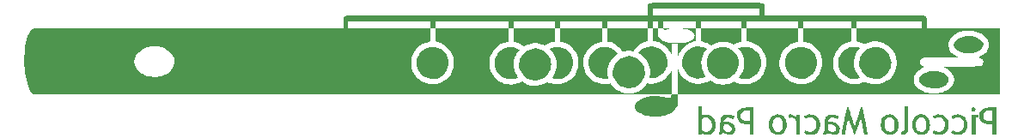
<source format=gbo>
%TF.GenerationSoftware,KiCad,Pcbnew,(5.99.0-12610-g07e01e6297)*%
%TF.CreationDate,2021-10-19T09:50:00+01:00*%
%TF.ProjectId,piccolo-backplate,70696363-6f6c-46f2-9d62-61636b706c61,rev?*%
%TF.SameCoordinates,Original*%
%TF.FileFunction,Legend,Bot*%
%TF.FilePolarity,Positive*%
%FSLAX46Y46*%
G04 Gerber Fmt 4.6, Leading zero omitted, Abs format (unit mm)*
G04 Created by KiCad (PCBNEW (5.99.0-12610-g07e01e6297)) date 2021-10-19 09:50:00*
%MOMM*%
%LPD*%
G01*
G04 APERTURE LIST*
G04 APERTURE END LIST*
%TO.C,G\u002A\u002A\u002A*%
G36*
X181608715Y-99515959D02*
G01*
X181608705Y-99620766D01*
X181608370Y-99911860D01*
X181607109Y-100152105D01*
X181604322Y-100347112D01*
X181599408Y-100502495D01*
X181591768Y-100623865D01*
X181580800Y-100716834D01*
X181565904Y-100787013D01*
X181546479Y-100840016D01*
X181521924Y-100881454D01*
X181491640Y-100916938D01*
X181455025Y-100952082D01*
X181446558Y-100959528D01*
X181363381Y-101015652D01*
X181269218Y-101060035D01*
X181259383Y-101063406D01*
X181151340Y-101089747D01*
X181046471Y-101101245D01*
X180935717Y-101102523D01*
X180944521Y-100949599D01*
X180949215Y-100884168D01*
X180960975Y-100824771D01*
X180985893Y-100797740D01*
X181032382Y-100787559D01*
X181040945Y-100786167D01*
X181115099Y-100752263D01*
X181185307Y-100690656D01*
X181259174Y-100602870D01*
X181259174Y-98335321D01*
X181608715Y-98335321D01*
X181608715Y-99515959D01*
G37*
G36*
X180624340Y-100450171D02*
G01*
X180543636Y-100652169D01*
X180428624Y-100826423D01*
X180283371Y-100964216D01*
X180111940Y-101056830D01*
X180038634Y-101077473D01*
X179875044Y-101096604D01*
X179695969Y-101091750D01*
X179524811Y-101064244D01*
X179384972Y-101015419D01*
X179254010Y-100930659D01*
X179111555Y-100780911D01*
X179005631Y-100593700D01*
X178938742Y-100375358D01*
X178913393Y-100132215D01*
X178915867Y-100097592D01*
X179293004Y-100097592D01*
X179293403Y-100173575D01*
X179297780Y-100294290D01*
X179309364Y-100382799D01*
X179331073Y-100456554D01*
X179365825Y-100533005D01*
X179396207Y-100587107D01*
X179457305Y-100673979D01*
X179513722Y-100731555D01*
X179631766Y-100790350D01*
X179784532Y-100816619D01*
X179939648Y-100800970D01*
X180076590Y-100742985D01*
X180098098Y-100726185D01*
X180161188Y-100656540D01*
X180217458Y-100570503D01*
X180244563Y-100514081D01*
X180264638Y-100450683D01*
X180276422Y-100372133D01*
X180281978Y-100264076D01*
X180283371Y-100112156D01*
X180283348Y-100083472D01*
X180281713Y-99942475D01*
X180275883Y-99842822D01*
X180263590Y-99770042D01*
X180242568Y-99709668D01*
X180210550Y-99647228D01*
X180174305Y-99588387D01*
X180067576Y-99471589D01*
X179937490Y-99405051D01*
X179776078Y-99383945D01*
X179636672Y-99397674D01*
X179507625Y-99449344D01*
X179410733Y-99542220D01*
X179343997Y-99679253D01*
X179305419Y-99863393D01*
X179293004Y-100097592D01*
X178915867Y-100097592D01*
X178932089Y-99870603D01*
X178932623Y-99867171D01*
X178993203Y-99627025D01*
X179091847Y-99429795D01*
X179226850Y-99276939D01*
X179396512Y-99169917D01*
X179599128Y-99110184D01*
X179832996Y-99099201D01*
X179975051Y-99115796D01*
X180180053Y-99179510D01*
X180349733Y-99288988D01*
X180484656Y-99444780D01*
X180585388Y-99647439D01*
X180652493Y-99897513D01*
X180666567Y-99997818D01*
X180666619Y-100112156D01*
X180666672Y-100229148D01*
X180624340Y-100450171D01*
G37*
G36*
X174808617Y-100799824D02*
G01*
X174701165Y-100941567D01*
X174545069Y-101056060D01*
X174536471Y-101060529D01*
X174420391Y-101093314D01*
X174274991Y-101099247D01*
X174117552Y-101081371D01*
X173965354Y-101042729D01*
X173835677Y-100986363D01*
X173745803Y-100915317D01*
X173704447Y-100876707D01*
X173668098Y-100882397D01*
X173628228Y-100940999D01*
X173615515Y-100961090D01*
X173536468Y-101032183D01*
X173427257Y-101083068D01*
X173309990Y-101102523D01*
X173266612Y-101100368D01*
X173228497Y-101080749D01*
X173219724Y-101028523D01*
X173220029Y-101020975D01*
X173241130Y-100944990D01*
X173285263Y-100865900D01*
X173293119Y-100855021D01*
X173313480Y-100821399D01*
X173328913Y-100780879D01*
X173340446Y-100724901D01*
X173349106Y-100644910D01*
X173355918Y-100532348D01*
X173361909Y-100378656D01*
X173362473Y-100360128D01*
X173714908Y-100360128D01*
X173715665Y-100471909D01*
X173721229Y-100551324D01*
X173736531Y-100603444D01*
X173766498Y-100644349D01*
X173816061Y-100690119D01*
X173838306Y-100708337D01*
X173933995Y-100769632D01*
X174027242Y-100809487D01*
X174109720Y-100827534D01*
X174261560Y-100831187D01*
X174384402Y-100793083D01*
X174472419Y-100717249D01*
X174519783Y-100607712D01*
X174520668Y-100468498D01*
X174519735Y-100462984D01*
X174470518Y-100342268D01*
X174376153Y-100238021D01*
X174248302Y-100156026D01*
X174098626Y-100102066D01*
X173938787Y-100081925D01*
X173780447Y-100101387D01*
X173758307Y-100108708D01*
X173734556Y-100128080D01*
X173721523Y-100168082D01*
X173716032Y-100241252D01*
X173714908Y-100360128D01*
X173362473Y-100360128D01*
X173368105Y-100175279D01*
X173372899Y-100022492D01*
X173381441Y-99827487D01*
X173392925Y-99676674D01*
X173409186Y-99561497D01*
X173432058Y-99473396D01*
X173463373Y-99403813D01*
X173504967Y-99344189D01*
X173558674Y-99285968D01*
X173609618Y-99239221D01*
X173703018Y-99177408D01*
X173813026Y-99137938D01*
X173953243Y-99116662D01*
X174137270Y-99109430D01*
X174229334Y-99109327D01*
X174345083Y-99113404D01*
X174432435Y-99125441D01*
X174509913Y-99148519D01*
X174596043Y-99185717D01*
X174676112Y-99225125D01*
X174739314Y-99260305D01*
X174763532Y-99279605D01*
X174761993Y-99288903D01*
X174742814Y-99338552D01*
X174709292Y-99407620D01*
X174671077Y-99478010D01*
X174637817Y-99531626D01*
X174619161Y-99550371D01*
X174555967Y-99516137D01*
X174374702Y-99444049D01*
X174202177Y-99411226D01*
X174045370Y-99415930D01*
X173911261Y-99456425D01*
X173806829Y-99530977D01*
X173739051Y-99637848D01*
X173714908Y-99775302D01*
X173716535Y-99813188D01*
X173731197Y-99837962D01*
X173773773Y-99842545D01*
X173859136Y-99832874D01*
X173972325Y-99825799D01*
X174169185Y-99845880D01*
X174362275Y-99901299D01*
X174538341Y-99986471D01*
X174684127Y-100095807D01*
X174786378Y-100223720D01*
X174817516Y-100285572D01*
X174868952Y-100464379D01*
X174868865Y-100468498D01*
X174865266Y-100638279D01*
X174808617Y-100799824D01*
G37*
G36*
X169625030Y-100317729D02*
G01*
X169597633Y-100464987D01*
X169597072Y-100466907D01*
X169509552Y-100681622D01*
X169386477Y-100856621D01*
X169232004Y-100987311D01*
X169050295Y-101069101D01*
X168994517Y-101080823D01*
X168887035Y-101093793D01*
X168771448Y-101099896D01*
X168599298Y-101087276D01*
X168396367Y-101026526D01*
X168222716Y-100919198D01*
X168081777Y-100769176D01*
X167976984Y-100580347D01*
X167911769Y-100356595D01*
X167889566Y-100101806D01*
X167893854Y-100023155D01*
X168253969Y-100023155D01*
X168260203Y-100249334D01*
X168306173Y-100450993D01*
X168389731Y-100620372D01*
X168508732Y-100749708D01*
X168533403Y-100765875D01*
X168637036Y-100802241D01*
X168764916Y-100816304D01*
X168893526Y-100804702D01*
X169022702Y-100755785D01*
X169132983Y-100658486D01*
X169211036Y-100514568D01*
X169257363Y-100323068D01*
X169272471Y-100083028D01*
X169271714Y-99989151D01*
X169266479Y-99881655D01*
X169253096Y-99801997D01*
X169227929Y-99731792D01*
X169187340Y-99652652D01*
X169130374Y-99561819D01*
X169030065Y-99458243D01*
X168909307Y-99401330D01*
X168756660Y-99383945D01*
X168636555Y-99394700D01*
X168498792Y-99446704D01*
X168393240Y-99544003D01*
X168317544Y-99689016D01*
X168269347Y-99884163D01*
X168253969Y-100023155D01*
X167893854Y-100023155D01*
X167899434Y-99920804D01*
X167949037Y-99679602D01*
X168038568Y-99476552D01*
X168165963Y-99314056D01*
X168329159Y-99194520D01*
X168526092Y-99120346D01*
X168754698Y-99093939D01*
X168886991Y-99101925D01*
X169099610Y-99157302D01*
X169285168Y-99262648D01*
X169438754Y-99414795D01*
X169555456Y-99610573D01*
X169566276Y-99637131D01*
X169604205Y-99780295D01*
X169627311Y-99955023D01*
X169632320Y-100083028D01*
X169634587Y-100140954D01*
X169625030Y-100317729D01*
G37*
G36*
X162618258Y-100382060D02*
G01*
X162614329Y-100402022D01*
X162543731Y-100627435D01*
X162433534Y-100814222D01*
X162286298Y-100959015D01*
X162104582Y-101058445D01*
X162000975Y-101084475D01*
X161851959Y-101096163D01*
X161694265Y-101088513D01*
X161549495Y-101062766D01*
X161439251Y-101020166D01*
X161365997Y-100978076D01*
X161324437Y-100961575D01*
X161308670Y-100974087D01*
X161306192Y-101015138D01*
X161302979Y-101040941D01*
X161281780Y-101061931D01*
X161229035Y-101071269D01*
X161131422Y-101073395D01*
X160956651Y-101073395D01*
X160956651Y-100693541D01*
X161306192Y-100693541D01*
X161421546Y-100752390D01*
X161469860Y-100773689D01*
X161627571Y-100808388D01*
X161793034Y-100802369D01*
X161947983Y-100757753D01*
X162074151Y-100676658D01*
X162127035Y-100620795D01*
X162206687Y-100490499D01*
X162251979Y-100329235D01*
X162266507Y-100126720D01*
X162264719Y-100053467D01*
X162231566Y-99836601D01*
X162156662Y-99660112D01*
X162040110Y-99524191D01*
X161882017Y-99429028D01*
X161786625Y-99398363D01*
X161628828Y-99385766D01*
X161484191Y-99419996D01*
X161365612Y-99499296D01*
X161362635Y-99502310D01*
X161342853Y-99526534D01*
X161328313Y-99558303D01*
X161318213Y-99606068D01*
X161311752Y-99678281D01*
X161308129Y-99783395D01*
X161306543Y-99929860D01*
X161306192Y-100126128D01*
X161306192Y-100693541D01*
X160956651Y-100693541D01*
X160956651Y-98335321D01*
X161306192Y-98335321D01*
X161306192Y-99210671D01*
X161400860Y-99159200D01*
X161404454Y-99157277D01*
X161483291Y-99128308D01*
X161591472Y-99112420D01*
X161743119Y-99107477D01*
X161773987Y-99107521D01*
X161893935Y-99110910D01*
X161979534Y-99122575D01*
X162050521Y-99146614D01*
X162126633Y-99187127D01*
X162265049Y-99286531D01*
X162420844Y-99456464D01*
X162537588Y-99659553D01*
X162611755Y-99887227D01*
X162639336Y-100126720D01*
X162639820Y-100130919D01*
X162618258Y-100382060D01*
G37*
G36*
X172107603Y-99102449D02*
G01*
X172317710Y-99153878D01*
X172508165Y-99247586D01*
X172671613Y-99380855D01*
X172800703Y-99550967D01*
X172888081Y-99755206D01*
X172894391Y-99778668D01*
X172919895Y-99927065D01*
X172932153Y-100099438D01*
X172930155Y-100269148D01*
X172912891Y-100409558D01*
X172895311Y-100476871D01*
X172806155Y-100673090D01*
X172670354Y-100843665D01*
X172495107Y-100980909D01*
X172287614Y-101077134D01*
X172215046Y-101091003D01*
X172088548Y-101096425D01*
X171938104Y-101090258D01*
X171781705Y-101073929D01*
X171637338Y-101048864D01*
X171522993Y-101016491D01*
X171484205Y-101001314D01*
X171399652Y-100959345D01*
X171363478Y-100913792D01*
X171369718Y-100850581D01*
X171412404Y-100755642D01*
X171469304Y-100644109D01*
X171634972Y-100727674D01*
X171671666Y-100745159D01*
X171861089Y-100803909D01*
X172043818Y-100810504D01*
X172212364Y-100766663D01*
X172359237Y-100674103D01*
X172476949Y-100534541D01*
X172513451Y-100472514D01*
X172541100Y-100409918D01*
X172556402Y-100340884D01*
X172562950Y-100248147D01*
X172564335Y-100114440D01*
X172563996Y-100045161D01*
X172559813Y-99928106D01*
X172548386Y-99844183D01*
X172526644Y-99776200D01*
X172491513Y-99706962D01*
X172471272Y-99674265D01*
X172392292Y-99572539D01*
X172306757Y-99488499D01*
X172286028Y-99472089D01*
X172227091Y-99432104D01*
X172167965Y-99409976D01*
X172089308Y-99400510D01*
X171971780Y-99398509D01*
X171838536Y-99403205D01*
X171724652Y-99421852D01*
X171629674Y-99458053D01*
X171510610Y-99517596D01*
X171433057Y-99409706D01*
X171410358Y-99377404D01*
X171371055Y-99316854D01*
X171355504Y-99285372D01*
X171356117Y-99283142D01*
X171385658Y-99257543D01*
X171445874Y-99222195D01*
X171657843Y-99137295D01*
X171885196Y-99096015D01*
X172107603Y-99102449D01*
G37*
G36*
X186508199Y-99093167D02*
G01*
X186750174Y-99125747D01*
X186962818Y-99206241D01*
X187142461Y-99330578D01*
X187285433Y-99494690D01*
X187388063Y-99694506D01*
X187446681Y-99925959D01*
X187457618Y-100184977D01*
X187430798Y-100384357D01*
X187356593Y-100603534D01*
X187240337Y-100790515D01*
X187085782Y-100939549D01*
X186896681Y-101044882D01*
X186894781Y-101045636D01*
X186810168Y-101074219D01*
X186724265Y-101089882D01*
X186618215Y-101094659D01*
X186473165Y-101090586D01*
X186304175Y-101078627D01*
X186142179Y-101053526D01*
X186018480Y-101014490D01*
X185922530Y-100958997D01*
X185856933Y-100909517D01*
X185921478Y-100776664D01*
X185986023Y-100643810D01*
X186145166Y-100727524D01*
X186201556Y-100754173D01*
X186387346Y-100805214D01*
X186574960Y-100806114D01*
X186749885Y-100756185D01*
X186775413Y-100743802D01*
X186915777Y-100645218D01*
X187013386Y-100512551D01*
X187070248Y-100342090D01*
X187088367Y-100130125D01*
X187087115Y-100068893D01*
X187059490Y-99849973D01*
X186994790Y-99674137D01*
X186891810Y-99538941D01*
X186749345Y-99441941D01*
X186728935Y-99432289D01*
X186638948Y-99398881D01*
X186547934Y-99386682D01*
X186427946Y-99391290D01*
X186381647Y-99396145D01*
X186244494Y-99424223D01*
X186139638Y-99466615D01*
X186037267Y-99527015D01*
X185951761Y-99402736D01*
X185905389Y-99333621D01*
X185884938Y-99290564D01*
X185892899Y-99264859D01*
X185926832Y-99240624D01*
X186019797Y-99193893D01*
X186168987Y-99142464D01*
X186328737Y-99106314D01*
X186472438Y-99092661D01*
X186508199Y-99093167D01*
G37*
G36*
X164526278Y-100799824D02*
G01*
X164418826Y-100941567D01*
X164262729Y-101056060D01*
X164254132Y-101060529D01*
X164138052Y-101093314D01*
X163992652Y-101099247D01*
X163835212Y-101081371D01*
X163683014Y-101042729D01*
X163553338Y-100986363D01*
X163463464Y-100915317D01*
X163422108Y-100876707D01*
X163385759Y-100882397D01*
X163345889Y-100940999D01*
X163333175Y-100961090D01*
X163254129Y-101032183D01*
X163144917Y-101083068D01*
X163027650Y-101102523D01*
X162984273Y-101100368D01*
X162946158Y-101080749D01*
X162937385Y-101028523D01*
X162937690Y-101020975D01*
X162958791Y-100944990D01*
X163002924Y-100865900D01*
X163010780Y-100855021D01*
X163031140Y-100821399D01*
X163046574Y-100780879D01*
X163058107Y-100724901D01*
X163066766Y-100644910D01*
X163073578Y-100532348D01*
X163079569Y-100378656D01*
X163080134Y-100360128D01*
X163432569Y-100360128D01*
X163433325Y-100471909D01*
X163438890Y-100551324D01*
X163454191Y-100603444D01*
X163484159Y-100644349D01*
X163533722Y-100690119D01*
X163555966Y-100708337D01*
X163651655Y-100769632D01*
X163744903Y-100809487D01*
X163827380Y-100827534D01*
X163979221Y-100831187D01*
X164102063Y-100793083D01*
X164190079Y-100717249D01*
X164237443Y-100607712D01*
X164238328Y-100468498D01*
X164237395Y-100462984D01*
X164188178Y-100342268D01*
X164093813Y-100238021D01*
X163965962Y-100156026D01*
X163816286Y-100102066D01*
X163656448Y-100081925D01*
X163498108Y-100101387D01*
X163475967Y-100108708D01*
X163452216Y-100128080D01*
X163439184Y-100168082D01*
X163433693Y-100241252D01*
X163432569Y-100360128D01*
X163080134Y-100360128D01*
X163085766Y-100175279D01*
X163090560Y-100022492D01*
X163099102Y-99827487D01*
X163110586Y-99676674D01*
X163126847Y-99561497D01*
X163149718Y-99473396D01*
X163181034Y-99403813D01*
X163222628Y-99344189D01*
X163276334Y-99285968D01*
X163327279Y-99239221D01*
X163420678Y-99177408D01*
X163530686Y-99137938D01*
X163670904Y-99116662D01*
X163854931Y-99109430D01*
X163946994Y-99109327D01*
X164062744Y-99113404D01*
X164150095Y-99125441D01*
X164227574Y-99148519D01*
X164313704Y-99185717D01*
X164393772Y-99225125D01*
X164456975Y-99260305D01*
X164481192Y-99279605D01*
X164479653Y-99288903D01*
X164460474Y-99338552D01*
X164426952Y-99407620D01*
X164388737Y-99478010D01*
X164355477Y-99531626D01*
X164336822Y-99550371D01*
X164273628Y-99516137D01*
X164092363Y-99444049D01*
X163919838Y-99411226D01*
X163763031Y-99415930D01*
X163628922Y-99456425D01*
X163524489Y-99530977D01*
X163456712Y-99637848D01*
X163432569Y-99775302D01*
X163434196Y-99813188D01*
X163448858Y-99837962D01*
X163491434Y-99842545D01*
X163576797Y-99832874D01*
X163689985Y-99825799D01*
X163886845Y-99845880D01*
X164079936Y-99901299D01*
X164256002Y-99986471D01*
X164401788Y-100095807D01*
X164504039Y-100223720D01*
X164535176Y-100285572D01*
X164586612Y-100464379D01*
X164586525Y-100468498D01*
X164582926Y-100638279D01*
X164526278Y-100799824D01*
G37*
G36*
X189910321Y-101073395D02*
G01*
X189910321Y-100061230D01*
X189578447Y-100048527D01*
X189563480Y-100047947D01*
X189416760Y-100040635D01*
X189309858Y-100029936D01*
X189225791Y-100012409D01*
X189147576Y-99984611D01*
X189058228Y-99943102D01*
X188966313Y-99891711D01*
X188816732Y-99767369D01*
X188712400Y-99611553D01*
X188650934Y-99420063D01*
X188635023Y-99244654D01*
X189013970Y-99244654D01*
X189026808Y-99366895D01*
X189066095Y-99489219D01*
X189138180Y-99580699D01*
X189251035Y-99655140D01*
X189304238Y-99675153D01*
X189402766Y-99698033D01*
X189521404Y-99716576D01*
X189644724Y-99729278D01*
X189757295Y-99734634D01*
X189843689Y-99731141D01*
X189888474Y-99717292D01*
X189893478Y-99699450D01*
X189900170Y-99630834D01*
X189905509Y-99521109D01*
X189909043Y-99380552D01*
X189910321Y-99219439D01*
X189910321Y-98744229D01*
X189834438Y-98725184D01*
X189773052Y-98716562D01*
X189648456Y-98717733D01*
X189505761Y-98733628D01*
X189367184Y-98761442D01*
X189254942Y-98798370D01*
X189141621Y-98864061D01*
X189061028Y-98956598D01*
X189020200Y-99080273D01*
X189013970Y-99244654D01*
X188635023Y-99244654D01*
X188629948Y-99188699D01*
X188643205Y-99001930D01*
X188694510Y-98830510D01*
X188787683Y-98691907D01*
X188926196Y-98578973D01*
X188942234Y-98568984D01*
X189039558Y-98515491D01*
X189140705Y-98475188D01*
X189256553Y-98445872D01*
X189397980Y-98425339D01*
X189575866Y-98411388D01*
X189801089Y-98401814D01*
X190288991Y-98386127D01*
X190288991Y-101073395D01*
X189910321Y-101073395D01*
G37*
G36*
X175684533Y-98394764D02*
G01*
X175703697Y-98401995D01*
X175722654Y-98420793D01*
X175743540Y-98456683D01*
X175768494Y-98515188D01*
X175799651Y-98601831D01*
X175839148Y-98722135D01*
X175889124Y-98881625D01*
X175951714Y-99085823D01*
X176029055Y-99340253D01*
X176081910Y-99513373D01*
X176146751Y-99722971D01*
X176205196Y-99908802D01*
X176255183Y-100064458D01*
X176294646Y-100183530D01*
X176321523Y-100259611D01*
X176333750Y-100286291D01*
X176341991Y-100270575D01*
X176366959Y-100205839D01*
X176405957Y-100096909D01*
X176456783Y-99950168D01*
X176517231Y-99771998D01*
X176585098Y-99568781D01*
X176658179Y-99346899D01*
X176965327Y-98408142D01*
X177132577Y-98408142D01*
X177374518Y-99689794D01*
X177412027Y-99889055D01*
X177459739Y-100144241D01*
X177503154Y-100378387D01*
X177541170Y-100585463D01*
X177572691Y-100759435D01*
X177596617Y-100894274D01*
X177611849Y-100983946D01*
X177617289Y-101022420D01*
X177616116Y-101036747D01*
X177597655Y-101059720D01*
X177546774Y-101070613D01*
X177450630Y-101073349D01*
X177283142Y-101073304D01*
X177140466Y-100279599D01*
X177137278Y-100261883D01*
X177099492Y-100054248D01*
X177064360Y-99865349D01*
X177033375Y-99702915D01*
X177008033Y-99574670D01*
X176989830Y-99488343D01*
X176980259Y-99451658D01*
X176976402Y-99453193D01*
X176955411Y-99493698D01*
X176919275Y-99580224D01*
X176870411Y-99706444D01*
X176811236Y-99866027D01*
X176744166Y-100052646D01*
X176671617Y-100259972D01*
X176587712Y-100500871D01*
X176515476Y-100703257D01*
X176457513Y-100858863D01*
X176412031Y-100972141D01*
X176377238Y-101047543D01*
X176351343Y-101089520D01*
X176332555Y-101102523D01*
X176332237Y-101102518D01*
X176313626Y-101089325D01*
X176288330Y-101047686D01*
X176254572Y-100973074D01*
X176210571Y-100860960D01*
X176154549Y-100706817D01*
X176084728Y-100506119D01*
X175999328Y-100254337D01*
X175933868Y-100061377D01*
X175853306Y-99830112D01*
X175789069Y-99654294D01*
X175741198Y-99534029D01*
X175709735Y-99469424D01*
X175694720Y-99460587D01*
X175694669Y-99460731D01*
X175684410Y-99503515D01*
X175665479Y-99595505D01*
X175639431Y-99728636D01*
X175607818Y-99894841D01*
X175572196Y-100086054D01*
X175534118Y-100294209D01*
X175392849Y-101073395D01*
X175210182Y-101073395D01*
X175207228Y-101073393D01*
X175103520Y-101069767D01*
X175050358Y-101058145D01*
X175040545Y-101036984D01*
X175042528Y-101029580D01*
X175055074Y-100973434D01*
X175077308Y-100868843D01*
X175107938Y-100722051D01*
X175145673Y-100539302D01*
X175189222Y-100326841D01*
X175237293Y-100090911D01*
X175288594Y-99837757D01*
X175305200Y-99755617D01*
X175356778Y-99500756D01*
X175405373Y-99261030D01*
X175449562Y-99043434D01*
X175487920Y-98854964D01*
X175519026Y-98702615D01*
X175541455Y-98593382D01*
X175553785Y-98534260D01*
X175562892Y-98493838D01*
X175584499Y-98428324D01*
X175613999Y-98399811D01*
X175662799Y-98393578D01*
X175663026Y-98393578D01*
X175684533Y-98394764D01*
G37*
G36*
X184774240Y-99102695D02*
G01*
X184986751Y-99150735D01*
X185177353Y-99240604D01*
X185334418Y-99369785D01*
X185342568Y-99378695D01*
X185469361Y-99545095D01*
X185551366Y-99722252D01*
X185598416Y-99931067D01*
X185602310Y-99960574D01*
X185609926Y-100219912D01*
X185568449Y-100455549D01*
X185480223Y-100663286D01*
X185347591Y-100838928D01*
X185172898Y-100978277D01*
X184958486Y-101077134D01*
X184885918Y-101091003D01*
X184759419Y-101096425D01*
X184608976Y-101090258D01*
X184452576Y-101073929D01*
X184308209Y-101048864D01*
X184193864Y-101016491D01*
X184116509Y-100984225D01*
X184051397Y-100950510D01*
X184026376Y-100928075D01*
X184029383Y-100913103D01*
X184049468Y-100854289D01*
X184082194Y-100773236D01*
X184138012Y-100643018D01*
X184304762Y-100727128D01*
X184367604Y-100755835D01*
X184561650Y-100807783D01*
X184751342Y-100804468D01*
X184930232Y-100745700D01*
X184968187Y-100724755D01*
X185100290Y-100612528D01*
X185190207Y-100460271D01*
X185237843Y-100268205D01*
X185243097Y-100036550D01*
X185238901Y-99986700D01*
X185195765Y-99788737D01*
X185109943Y-99625289D01*
X184977629Y-99488499D01*
X184956046Y-99471422D01*
X184897425Y-99431768D01*
X184838526Y-99409935D01*
X184760038Y-99400772D01*
X184642651Y-99399127D01*
X184633714Y-99399166D01*
X184494691Y-99405438D01*
X184391754Y-99424809D01*
X184304558Y-99461002D01*
X184189507Y-99522260D01*
X184104188Y-99404481D01*
X184069512Y-99355555D01*
X184041029Y-99305220D01*
X184042533Y-99274995D01*
X184070572Y-99248897D01*
X184119139Y-99222790D01*
X184206591Y-99185983D01*
X184311020Y-99148281D01*
X184330005Y-99142171D01*
X184551449Y-99099002D01*
X184774240Y-99102695D01*
G37*
G36*
X188512156Y-99413074D02*
G01*
X188250000Y-99413074D01*
X188250000Y-101073395D01*
X187900458Y-101073395D01*
X187900458Y-99121789D01*
X188512156Y-99121789D01*
X188512156Y-99413074D01*
G37*
G36*
X165995871Y-101073395D02*
G01*
X165995871Y-100061230D01*
X165668176Y-100047888D01*
X165497380Y-100036354D01*
X165310552Y-100006438D01*
X165159986Y-99956018D01*
X165033956Y-99880839D01*
X164920737Y-99776646D01*
X164907923Y-99762337D01*
X164805201Y-99607282D01*
X164740715Y-99430195D01*
X164713943Y-99242496D01*
X164715178Y-99220363D01*
X165087865Y-99220363D01*
X165115891Y-99372934D01*
X165189480Y-99509279D01*
X165303751Y-99618695D01*
X165453823Y-99690479D01*
X165536432Y-99709123D01*
X165667962Y-99726699D01*
X165797947Y-99733486D01*
X165997247Y-99733486D01*
X165989277Y-99231021D01*
X165981307Y-98728555D01*
X165843477Y-98719699D01*
X165694980Y-98719439D01*
X165506822Y-98747768D01*
X165344494Y-98805714D01*
X165217843Y-98889442D01*
X165136715Y-98995113D01*
X165110284Y-99062267D01*
X165087865Y-99220363D01*
X164715178Y-99220363D01*
X164724368Y-99055603D01*
X164771470Y-98880934D01*
X164854728Y-98729910D01*
X164973625Y-98613948D01*
X165001903Y-98594701D01*
X165108848Y-98530189D01*
X165216734Y-98482088D01*
X165337009Y-98447718D01*
X165481120Y-98424400D01*
X165660514Y-98409453D01*
X165886640Y-98400196D01*
X166374541Y-98386127D01*
X166374541Y-101073395D01*
X165995871Y-101073395D01*
G37*
G36*
X188139924Y-98416736D02*
G01*
X188209868Y-98478935D01*
X188246175Y-98564519D01*
X188242311Y-98657807D01*
X188191743Y-98743120D01*
X188138872Y-98779880D01*
X188046239Y-98802092D01*
X187955049Y-98787520D01*
X187887546Y-98736638D01*
X187854614Y-98670927D01*
X187845520Y-98570999D01*
X187878802Y-98481949D01*
X187947861Y-98418050D01*
X188046101Y-98393578D01*
X188139924Y-98416736D01*
G37*
G36*
X183754422Y-100242731D02*
G01*
X183743167Y-100369618D01*
X183724494Y-100466942D01*
X183693270Y-100556017D01*
X183644367Y-100658159D01*
X183631157Y-100682923D01*
X183506981Y-100855054D01*
X183350326Y-100987816D01*
X183171209Y-101072436D01*
X183157223Y-101076382D01*
X183038200Y-101093442D01*
X182891336Y-101095021D01*
X182737976Y-101082695D01*
X182599461Y-101058040D01*
X182497133Y-101022635D01*
X182492800Y-101020352D01*
X182338116Y-100910727D01*
X182200802Y-100761991D01*
X182098150Y-100592775D01*
X182070200Y-100525436D01*
X182050165Y-100454076D01*
X182038315Y-100368834D01*
X182032651Y-100254932D01*
X182031185Y-100098892D01*
X182381556Y-100098892D01*
X182381719Y-100127085D01*
X182385778Y-100256691D01*
X182398046Y-100352672D01*
X182422487Y-100435845D01*
X182463064Y-100527029D01*
X182474557Y-100549694D01*
X182554620Y-100672453D01*
X182640336Y-100751474D01*
X182641427Y-100752144D01*
X182741348Y-100789982D01*
X182870181Y-100809015D01*
X183001488Y-100807439D01*
X183108830Y-100783449D01*
X183197447Y-100728386D01*
X183287896Y-100619420D01*
X183352805Y-100476924D01*
X183392251Y-100311423D01*
X183406313Y-100133442D01*
X183395070Y-99953508D01*
X183358602Y-99782147D01*
X183296988Y-99629883D01*
X183210305Y-99507243D01*
X183098635Y-99424752D01*
X183080094Y-99416619D01*
X182948339Y-99385944D01*
X182805451Y-99388799D01*
X182672470Y-99422766D01*
X182570441Y-99485428D01*
X182497687Y-99571359D01*
X182430849Y-99708185D01*
X182393011Y-99881195D01*
X182381556Y-100098892D01*
X182031185Y-100098892D01*
X182031173Y-100097592D01*
X182031211Y-100056695D01*
X182033051Y-99913948D01*
X182039269Y-99810790D01*
X182052100Y-99732120D01*
X182073775Y-99662838D01*
X182106525Y-99587844D01*
X182161694Y-99482168D01*
X182282024Y-99318153D01*
X182426650Y-99203078D01*
X182603160Y-99131735D01*
X182819143Y-99098917D01*
X182991180Y-99098526D01*
X183175089Y-99133128D01*
X183336286Y-99211179D01*
X183488073Y-99337420D01*
X183517432Y-99368039D01*
X183637255Y-99530437D01*
X183715490Y-99715802D01*
X183754719Y-99932285D01*
X183756925Y-100133442D01*
X183757524Y-100188036D01*
X183754422Y-100242731D01*
G37*
G36*
X170187827Y-99113878D02*
G01*
X170359728Y-99185237D01*
X170503747Y-99307565D01*
X170598165Y-99415101D01*
X170598165Y-99121789D01*
X170947706Y-99121789D01*
X170947706Y-101073395D01*
X170598165Y-101073395D01*
X170598002Y-100468980D01*
X170597995Y-100457876D01*
X170596254Y-100260981D01*
X170591787Y-100081768D01*
X170585040Y-99930381D01*
X170576458Y-99816959D01*
X170566487Y-99751646D01*
X170550439Y-99708751D01*
X170496090Y-99612012D01*
X170426383Y-99522141D01*
X170412317Y-99507245D01*
X170339229Y-99441305D01*
X170267606Y-99407298D01*
X170170399Y-99391408D01*
X170133647Y-99388630D01*
X170045577Y-99391243D01*
X170003097Y-99409731D01*
X169991175Y-99425687D01*
X169947827Y-99439519D01*
X169897334Y-99395781D01*
X169839922Y-99294632D01*
X169808077Y-99219982D01*
X169795535Y-99153597D01*
X169821658Y-99115327D01*
X169892870Y-99097826D01*
X170015596Y-99093747D01*
X170187827Y-99113878D01*
G37*
G36*
X161257040Y-92427603D02*
G01*
X161280755Y-92433002D01*
X161374052Y-92459011D01*
X161477786Y-92493288D01*
X161579737Y-92531120D01*
X161667687Y-92567793D01*
X161729417Y-92598594D01*
X161752709Y-92618810D01*
X161748663Y-92627432D01*
X161720684Y-92668000D01*
X161674859Y-92727645D01*
X161629118Y-92787317D01*
X161461079Y-93058176D01*
X161338282Y-93349379D01*
X161261001Y-93654727D01*
X161229510Y-93968019D01*
X161244080Y-94283054D01*
X161304987Y-94593631D01*
X161412503Y-94893550D01*
X161566901Y-95176608D01*
X161695637Y-95373812D01*
X161561328Y-95431590D01*
X161501342Y-95455033D01*
X161381498Y-95494168D01*
X161265750Y-95524456D01*
X161174351Y-95541443D01*
X160890382Y-95558738D01*
X160601771Y-95523946D01*
X160372630Y-95456182D01*
X160127583Y-95335878D01*
X159907732Y-95175841D01*
X159717634Y-94981688D01*
X159561845Y-94759035D01*
X159444925Y-94513500D01*
X159371430Y-94250699D01*
X159345919Y-93976250D01*
X159351634Y-93842593D01*
X159399282Y-93572497D01*
X159491315Y-93320742D01*
X159622998Y-93091167D01*
X159789592Y-92887609D01*
X159986361Y-92713909D01*
X160208568Y-92573904D01*
X160451477Y-92471432D01*
X160710350Y-92410332D01*
X160980450Y-92394443D01*
X161257040Y-92427603D01*
G37*
G36*
X184332269Y-94811677D02*
G01*
X184545563Y-94832816D01*
X184726458Y-94870177D01*
X184828139Y-94902046D01*
X185050735Y-94993362D01*
X185242970Y-95103444D01*
X185400336Y-95228337D01*
X185518324Y-95364086D01*
X185592424Y-95506735D01*
X185618125Y-95652328D01*
X185617724Y-95671066D01*
X185585904Y-95821484D01*
X185506719Y-95966634D01*
X185385102Y-96102624D01*
X185225990Y-96225558D01*
X185034316Y-96331542D01*
X184815015Y-96416682D01*
X184573021Y-96477084D01*
X184441972Y-96497376D01*
X184189447Y-96514617D01*
X183942690Y-96504694D01*
X183705988Y-96470022D01*
X183483625Y-96413014D01*
X183279889Y-96336081D01*
X183099065Y-96241639D01*
X182945438Y-96132099D01*
X182823295Y-96009874D01*
X182736922Y-95877378D01*
X182690604Y-95737024D01*
X182688627Y-95591225D01*
X182735277Y-95442393D01*
X182807576Y-95327229D01*
X182942490Y-95188181D01*
X183119086Y-95062877D01*
X183331263Y-94955487D01*
X183572918Y-94870177D01*
X183677684Y-94845598D01*
X183880360Y-94818068D01*
X184104545Y-94806762D01*
X184332269Y-94811677D01*
G37*
G36*
X165920371Y-92465679D02*
G01*
X166181712Y-92558139D01*
X166425868Y-92699642D01*
X166649902Y-92889056D01*
X166754024Y-93002564D01*
X166919297Y-93238421D01*
X167035935Y-93492796D01*
X167102928Y-93762329D01*
X167119269Y-94043662D01*
X167083947Y-94333437D01*
X167040739Y-94493091D01*
X166931865Y-94743241D01*
X166781314Y-94971654D01*
X166594980Y-95172379D01*
X166378757Y-95339468D01*
X166138535Y-95466968D01*
X165880209Y-95548931D01*
X165706313Y-95575611D01*
X165451519Y-95581456D01*
X165200979Y-95551510D01*
X164973140Y-95487032D01*
X164899508Y-95458564D01*
X165004104Y-95326240D01*
X165165788Y-95090097D01*
X165306250Y-94802794D01*
X165400213Y-94501405D01*
X165447709Y-94191609D01*
X165448770Y-93879085D01*
X165403429Y-93569513D01*
X165311716Y-93268572D01*
X165173666Y-92981942D01*
X164989309Y-92715301D01*
X164987834Y-92713489D01*
X164930833Y-92641738D01*
X164890252Y-92587419D01*
X164874792Y-92562166D01*
X164884023Y-92551692D01*
X164934165Y-92529635D01*
X165017437Y-92504064D01*
X165121930Y-92477864D01*
X165235735Y-92453920D01*
X165346943Y-92435118D01*
X165443646Y-92424342D01*
X165644780Y-92423393D01*
X165920371Y-92465679D01*
G37*
G36*
X163387014Y-92443313D02*
G01*
X163659928Y-92476881D01*
X163918376Y-92557100D01*
X164157649Y-92679260D01*
X164373036Y-92838650D01*
X164559825Y-93030558D01*
X164713306Y-93250275D01*
X164828768Y-93493090D01*
X164901499Y-93754290D01*
X164926790Y-94029166D01*
X164907875Y-94264279D01*
X164841075Y-94527864D01*
X164730526Y-94775657D01*
X164580875Y-95001877D01*
X164396768Y-95200741D01*
X164182850Y-95366468D01*
X163943767Y-95493278D01*
X163684167Y-95575389D01*
X163522267Y-95602277D01*
X163236316Y-95610101D01*
X162959891Y-95566916D01*
X162696869Y-95473872D01*
X162451131Y-95332123D01*
X162226557Y-95142818D01*
X162122435Y-95029310D01*
X161957163Y-94793453D01*
X161840525Y-94539078D01*
X161773531Y-94269545D01*
X161757190Y-93988212D01*
X161792513Y-93698437D01*
X161860276Y-93469295D01*
X161980580Y-93224249D01*
X162140617Y-93004398D01*
X162334771Y-92814299D01*
X162557423Y-92658511D01*
X162802959Y-92541591D01*
X163065759Y-92468096D01*
X163340209Y-92442585D01*
X163387014Y-92443313D01*
G37*
G36*
X154126598Y-93342897D02*
G01*
X154399511Y-93376464D01*
X154657960Y-93456683D01*
X154897233Y-93578843D01*
X155112619Y-93738233D01*
X155299408Y-93930142D01*
X155452889Y-94149859D01*
X155568351Y-94392673D01*
X155641083Y-94653873D01*
X155666373Y-94928750D01*
X155647458Y-95163862D01*
X155580658Y-95427448D01*
X155470110Y-95675241D01*
X155320459Y-95901460D01*
X155136351Y-96100324D01*
X154922433Y-96266052D01*
X154683351Y-96392861D01*
X154423750Y-96474972D01*
X154261850Y-96501860D01*
X153975900Y-96509684D01*
X153699474Y-96466499D01*
X153436452Y-96373456D01*
X153190715Y-96231706D01*
X152966141Y-96042401D01*
X152862019Y-95928893D01*
X152696746Y-95693036D01*
X152580108Y-95438661D01*
X152513114Y-95169128D01*
X152496774Y-94887795D01*
X152532096Y-94598020D01*
X152599860Y-94368879D01*
X152720164Y-94123832D01*
X152880201Y-93903981D01*
X153074354Y-93713883D01*
X153297007Y-93558094D01*
X153542542Y-93441174D01*
X153805343Y-93367679D01*
X154079792Y-93342168D01*
X154126598Y-93342897D01*
G37*
G36*
X190671667Y-97071875D02*
G01*
X158899756Y-97071875D01*
X158890868Y-97634114D01*
X158881980Y-98196354D01*
X158777249Y-98380732D01*
X158666103Y-98550086D01*
X158473552Y-98762693D01*
X158241948Y-98941803D01*
X157973427Y-99086107D01*
X157670122Y-99194298D01*
X157334167Y-99265069D01*
X157325879Y-99266288D01*
X157219839Y-99282137D01*
X157128055Y-99296277D01*
X157069584Y-99305778D01*
X157032829Y-99309859D01*
X156935352Y-99313260D01*
X156803864Y-99312683D01*
X156650121Y-99308661D01*
X156485880Y-99301725D01*
X156322899Y-99292409D01*
X156172935Y-99281245D01*
X156047746Y-99268764D01*
X155959090Y-99255500D01*
X155747912Y-99205330D01*
X155481924Y-99118365D01*
X155246794Y-99012887D01*
X155046190Y-98891593D01*
X154883781Y-98757179D01*
X154763232Y-98612343D01*
X154688214Y-98459780D01*
X154662392Y-98302187D01*
X154678192Y-98176282D01*
X154741865Y-98022887D01*
X154850293Y-97879136D01*
X154999127Y-97746784D01*
X155184017Y-97627587D01*
X155400614Y-97523301D01*
X155644570Y-97435682D01*
X155911534Y-97366485D01*
X156197159Y-97317467D01*
X156497094Y-97290383D01*
X156806991Y-97286988D01*
X157122500Y-97309039D01*
X157226008Y-97323780D01*
X157372188Y-97350166D01*
X157531554Y-97383268D01*
X157684173Y-97419177D01*
X157816037Y-97451500D01*
X157923790Y-97474660D01*
X157998558Y-97485317D01*
X158049730Y-97484757D01*
X158086694Y-97474263D01*
X158090584Y-97472404D01*
X158157604Y-97418036D01*
X158220965Y-97333024D01*
X158268157Y-97237545D01*
X158286667Y-97151775D01*
X158286667Y-97071875D01*
X126864384Y-97071874D01*
X95442101Y-97071874D01*
X95340215Y-97014611D01*
X95333478Y-97010751D01*
X95205838Y-96908606D01*
X95085019Y-96756584D01*
X94971997Y-96557273D01*
X94867749Y-96313262D01*
X94773251Y-96027138D01*
X94689482Y-95701491D01*
X94617416Y-95338909D01*
X94558032Y-94941979D01*
X94540816Y-94775343D01*
X94525093Y-94538925D01*
X94514488Y-94271891D01*
X94509000Y-93986138D01*
X94508897Y-93905636D01*
X105346922Y-93905636D01*
X105375653Y-94139010D01*
X105450554Y-94364156D01*
X105568709Y-94577247D01*
X105727198Y-94774455D01*
X105923104Y-94951952D01*
X106153510Y-95105912D01*
X106415496Y-95232506D01*
X106706146Y-95327908D01*
X106789768Y-95346516D01*
X106978565Y-95374280D01*
X107189046Y-95390955D01*
X107403018Y-95395861D01*
X107602290Y-95388317D01*
X107768671Y-95367643D01*
X108046941Y-95298650D01*
X108329020Y-95192028D01*
X108581399Y-95056850D01*
X108801177Y-94896530D01*
X108985454Y-94714479D01*
X109131331Y-94514111D01*
X109235907Y-94298839D01*
X109296281Y-94072074D01*
X109308611Y-93853916D01*
X132632499Y-93853916D01*
X132633400Y-94175530D01*
X132682529Y-94489471D01*
X132778283Y-94791004D01*
X132919064Y-95075392D01*
X133103270Y-95337899D01*
X133329302Y-95573790D01*
X133595558Y-95778327D01*
X133667045Y-95823504D01*
X133912934Y-95951891D01*
X134165362Y-96039270D01*
X134436558Y-96089136D01*
X134738750Y-96104981D01*
X134829868Y-96103695D01*
X135121859Y-96078390D01*
X135386383Y-96018056D01*
X135635668Y-95919200D01*
X135881943Y-95778327D01*
X136083605Y-95629405D01*
X136322625Y-95397027D01*
X136521622Y-95130637D01*
X136679454Y-94831833D01*
X136794977Y-94502215D01*
X136819862Y-94374790D01*
X136836613Y-94201938D01*
X136842499Y-94010846D01*
X136839114Y-93880374D01*
X140331874Y-93880374D01*
X140332240Y-94010846D01*
X140332775Y-94201988D01*
X140381904Y-94515930D01*
X140477658Y-94817463D01*
X140618439Y-95101851D01*
X140802645Y-95364358D01*
X141028677Y-95600248D01*
X141294933Y-95804785D01*
X141541552Y-95943055D01*
X141843433Y-96057786D01*
X142158824Y-96124009D01*
X142482232Y-96141066D01*
X142808161Y-96108298D01*
X143131116Y-96025044D01*
X143235422Y-95986470D01*
X143345733Y-95940046D01*
X143430320Y-95898599D01*
X143543121Y-95835554D01*
X143721517Y-95950336D01*
X143822927Y-96011105D01*
X144104097Y-96139744D01*
X144403217Y-96225121D01*
X144712465Y-96267067D01*
X145024018Y-96265415D01*
X145330056Y-96219995D01*
X145622755Y-96130638D01*
X145894292Y-95997177D01*
X146049655Y-95903622D01*
X146287796Y-95984358D01*
X146455992Y-96036887D01*
X146687288Y-96089963D01*
X146907035Y-96113839D01*
X147132875Y-96111164D01*
X147271256Y-96098550D01*
X147588239Y-96037355D01*
X147881914Y-95931298D01*
X148158609Y-95778327D01*
X148360272Y-95629405D01*
X148599291Y-95397027D01*
X148798289Y-95130637D01*
X148956121Y-94831833D01*
X149071643Y-94502215D01*
X149096529Y-94374790D01*
X149113279Y-94201938D01*
X149119166Y-94010846D01*
X149114189Y-93819020D01*
X149098348Y-93643970D01*
X149071643Y-93503201D01*
X148959665Y-93182886D01*
X148804286Y-92885758D01*
X148610194Y-92621258D01*
X148380300Y-92392276D01*
X148117515Y-92201702D01*
X147824749Y-92052426D01*
X147504912Y-91947340D01*
X147332917Y-91904896D01*
X147332917Y-90563125D01*
X151460417Y-90563125D01*
X151460417Y-91905682D01*
X151331330Y-91922806D01*
X151249741Y-91936291D01*
X150999756Y-92007268D01*
X150747131Y-92119470D01*
X150503121Y-92266428D01*
X150278980Y-92441672D01*
X150085965Y-92638730D01*
X150000904Y-92746146D01*
X149827751Y-93020752D01*
X149701551Y-93310562D01*
X149621557Y-93610577D01*
X149587021Y-93915799D01*
X149590188Y-94010846D01*
X149597197Y-94221230D01*
X149651338Y-94521873D01*
X149748695Y-94812729D01*
X149888522Y-95088801D01*
X150070072Y-95345090D01*
X150292597Y-95576598D01*
X150555350Y-95778327D01*
X150619313Y-95818367D01*
X150889700Y-95953039D01*
X151180875Y-96049065D01*
X151481822Y-96104226D01*
X151781523Y-96116306D01*
X152068959Y-96083084D01*
X152267396Y-96042620D01*
X152320313Y-96111626D01*
X152395008Y-96205827D01*
X152623550Y-96454658D01*
X152863131Y-96655602D01*
X153119449Y-96812347D01*
X153398203Y-96928582D01*
X153705088Y-97007994D01*
X153748061Y-97015788D01*
X154066964Y-97044024D01*
X154383681Y-97021953D01*
X154692577Y-96951729D01*
X154988012Y-96835502D01*
X155264350Y-96675425D01*
X155515955Y-96473649D01*
X155737187Y-96232326D01*
X155887203Y-96041008D01*
X156154279Y-96057295D01*
X156343441Y-96060856D01*
X156673706Y-96027873D01*
X156988988Y-95946422D01*
X157285017Y-95818936D01*
X157557521Y-95647846D01*
X157802230Y-95435586D01*
X158014871Y-95184587D01*
X158191175Y-94897283D01*
X158286667Y-94711647D01*
X158286667Y-97071875D01*
X158895209Y-97071875D01*
X158896587Y-95821718D01*
X158897966Y-94571562D01*
X158959252Y-94736511D01*
X159012509Y-94863881D01*
X159159852Y-95126224D01*
X159348613Y-95371958D01*
X159570998Y-95590208D01*
X159573827Y-95592605D01*
X159835928Y-95781055D01*
X160120742Y-95925294D01*
X160422020Y-96024700D01*
X160733515Y-96078653D01*
X161048978Y-96086531D01*
X161362162Y-96047713D01*
X161666817Y-95961576D01*
X161956697Y-95827500D01*
X162097777Y-95747879D01*
X162272197Y-95853077D01*
X162278804Y-95857038D01*
X162519385Y-95975922D01*
X162789032Y-96067000D01*
X163069549Y-96125295D01*
X163342741Y-96145833D01*
X163430489Y-96143266D01*
X163666776Y-96115723D01*
X163909868Y-96061924D01*
X164140282Y-95986772D01*
X164338537Y-95895171D01*
X164455949Y-95829548D01*
X164565645Y-95885511D01*
X164774713Y-95978439D01*
X165084280Y-96070099D01*
X165398652Y-96112926D01*
X165712665Y-96108286D01*
X166021156Y-96057551D01*
X166318961Y-95962088D01*
X166600918Y-95823268D01*
X166861862Y-95642460D01*
X167096632Y-95421033D01*
X167300063Y-95160356D01*
X167363802Y-95059750D01*
X167489679Y-94816220D01*
X167574898Y-94567513D01*
X167623249Y-94300664D01*
X167638524Y-94002708D01*
X167636056Y-93876864D01*
X167607777Y-93593132D01*
X167544880Y-93335231D01*
X167443572Y-93090196D01*
X167300063Y-92845060D01*
X167219148Y-92730855D01*
X166998414Y-92480721D01*
X166745647Y-92272655D01*
X166460755Y-92106597D01*
X166143643Y-91982491D01*
X165794219Y-91900276D01*
X165695000Y-91883643D01*
X165695000Y-90563125D01*
X170775000Y-90563125D01*
X170775000Y-91906491D01*
X170655702Y-91924381D01*
X170607600Y-91932494D01*
X170353765Y-92002407D01*
X170097299Y-92114667D01*
X169849691Y-92262594D01*
X169622431Y-92439508D01*
X169427007Y-92638730D01*
X169341946Y-92746146D01*
X169168793Y-93020752D01*
X169042593Y-93310562D01*
X168962598Y-93610577D01*
X168928063Y-93915799D01*
X168930959Y-94002708D01*
X168938239Y-94221230D01*
X168992379Y-94521873D01*
X169089737Y-94812729D01*
X169229564Y-95088801D01*
X169411114Y-95345090D01*
X169633639Y-95576598D01*
X169896392Y-95778327D01*
X169967879Y-95823504D01*
X170213767Y-95951891D01*
X170466195Y-96039270D01*
X170737391Y-96089136D01*
X171039584Y-96104981D01*
X171062660Y-96104882D01*
X171401346Y-96078617D01*
X171715783Y-96005510D01*
X172007362Y-95884995D01*
X172277473Y-95716505D01*
X172527507Y-95499474D01*
X172644056Y-95373118D01*
X172835899Y-95110965D01*
X172981815Y-94831657D01*
X173082473Y-94540001D01*
X173138543Y-94240806D01*
X173150692Y-93938881D01*
X173119589Y-93639033D01*
X173045903Y-93346072D01*
X172930302Y-93064805D01*
X172773456Y-92800042D01*
X172576033Y-92556590D01*
X172338701Y-92339259D01*
X172062129Y-92152855D01*
X172047036Y-92144377D01*
X171896491Y-92071710D01*
X171725187Y-92005499D01*
X171554747Y-91953334D01*
X171406796Y-91922806D01*
X171277709Y-91905682D01*
X171277709Y-90563125D01*
X176013750Y-90563125D01*
X176013750Y-91232293D01*
X176013751Y-91901462D01*
X175832613Y-91943972D01*
X175813625Y-91948513D01*
X175493863Y-92052392D01*
X175201946Y-92200206D01*
X174940332Y-92389525D01*
X174711479Y-92617918D01*
X174517844Y-92882954D01*
X174361887Y-93182201D01*
X174246064Y-93513229D01*
X174241803Y-93529731D01*
X174218923Y-93665106D01*
X174205479Y-93833071D01*
X174203169Y-93938881D01*
X174201471Y-94016692D01*
X174206899Y-94199040D01*
X174221763Y-94363182D01*
X174246064Y-94492187D01*
X174336266Y-94764192D01*
X174482584Y-95068360D01*
X174668201Y-95337772D01*
X174894184Y-95573928D01*
X175161600Y-95778327D01*
X175233087Y-95823504D01*
X175478975Y-95951891D01*
X175731404Y-96039270D01*
X176002600Y-96089136D01*
X176304792Y-96104981D01*
X176422695Y-96103475D01*
X176615161Y-96091002D01*
X176785184Y-96062789D01*
X176952046Y-96015101D01*
X177135028Y-95944206D01*
X177228054Y-95905997D01*
X177302054Y-95883947D01*
X177365239Y-95882965D01*
X177437394Y-95903051D01*
X177538306Y-95944206D01*
X177638629Y-95984960D01*
X177810653Y-96043070D01*
X177976792Y-96079954D01*
X178156328Y-96099346D01*
X178368542Y-96104981D01*
X178459659Y-96103695D01*
X178751650Y-96078390D01*
X179016174Y-96018056D01*
X179265460Y-95919200D01*
X179511734Y-95778327D01*
X179558199Y-95744014D01*
X182159430Y-95744014D01*
X182201928Y-95960967D01*
X182292311Y-96171124D01*
X182430717Y-96369542D01*
X182617282Y-96551277D01*
X182675793Y-96595992D01*
X182851587Y-96707649D01*
X183055222Y-96812163D01*
X183268945Y-96900960D01*
X183475000Y-96965467D01*
X183529243Y-96977404D01*
X183674649Y-97000044D01*
X183848564Y-97018365D01*
X184034866Y-97031379D01*
X184217433Y-97038097D01*
X184380144Y-97037533D01*
X184506875Y-97028697D01*
X184508436Y-97028496D01*
X184759624Y-96980220D01*
X185017383Y-96902348D01*
X185266914Y-96800893D01*
X185493417Y-96681865D01*
X185682094Y-96551277D01*
X185840723Y-96400338D01*
X185983768Y-96207667D01*
X186082514Y-96000345D01*
X186134981Y-95784170D01*
X186139187Y-95564939D01*
X186093151Y-95348449D01*
X186058902Y-95253572D01*
X186012992Y-95153303D01*
X185954069Y-95057886D01*
X185870255Y-94945867D01*
X185861121Y-94934512D01*
X185743220Y-94815040D01*
X185589748Y-94694596D01*
X185415365Y-94582681D01*
X185234729Y-94488793D01*
X185062500Y-94422431D01*
X185049397Y-94417857D01*
X185040800Y-94411393D01*
X185049686Y-94405729D01*
X185079275Y-94400775D01*
X185132789Y-94396440D01*
X185213449Y-94392633D01*
X185324477Y-94389263D01*
X185469093Y-94386239D01*
X185650520Y-94383470D01*
X185871977Y-94380865D01*
X186136688Y-94378333D01*
X186447872Y-94375783D01*
X186808750Y-94373125D01*
X187060722Y-94371312D01*
X187387021Y-94368822D01*
X187666858Y-94366411D01*
X187904067Y-94363957D01*
X188102481Y-94361335D01*
X188265931Y-94358423D01*
X188398250Y-94355097D01*
X188503272Y-94351234D01*
X188584828Y-94346710D01*
X188646752Y-94341403D01*
X188692876Y-94335188D01*
X188727033Y-94327944D01*
X188753055Y-94319545D01*
X188774775Y-94309870D01*
X188814307Y-94288342D01*
X188927660Y-94193727D01*
X188995475Y-94072198D01*
X189018021Y-93923333D01*
X189012717Y-93825088D01*
X188991372Y-93750813D01*
X188946754Y-93680257D01*
X188872508Y-93604161D01*
X188737333Y-93523646D01*
X188577782Y-93480276D01*
X188475770Y-93466593D01*
X188707208Y-93352858D01*
X188737496Y-93337691D01*
X188984424Y-93189447D01*
X189188656Y-93020745D01*
X189349272Y-92835434D01*
X189465351Y-92637365D01*
X189535973Y-92430385D01*
X189560217Y-92218345D01*
X189537163Y-92005094D01*
X189465890Y-91794480D01*
X189345478Y-91590353D01*
X189175007Y-91396562D01*
X189005562Y-91254805D01*
X188782588Y-91116335D01*
X188522081Y-90999769D01*
X188217449Y-90901702D01*
X188170487Y-90889446D01*
X188083579Y-90870982D01*
X187991215Y-90858388D01*
X187881538Y-90850648D01*
X187742690Y-90846749D01*
X187562813Y-90845675D01*
X187362653Y-90848092D01*
X187176678Y-90857979D01*
X187016137Y-90877852D01*
X186866681Y-90910196D01*
X186713956Y-90957497D01*
X186543613Y-91022242D01*
X186287962Y-91145540D01*
X186063058Y-91296541D01*
X185877449Y-91469032D01*
X185733405Y-91659330D01*
X185633195Y-91863748D01*
X185579090Y-92078601D01*
X185573358Y-92300203D01*
X185618270Y-92524869D01*
X185656692Y-92628580D01*
X185775778Y-92840454D01*
X185943223Y-93032072D01*
X186159328Y-93203744D01*
X186424394Y-93355780D01*
X186661809Y-93472436D01*
X184889811Y-93479603D01*
X184755319Y-93480154D01*
X184423250Y-93481619D01*
X184138705Y-93483123D01*
X183897741Y-93484789D01*
X183696411Y-93486736D01*
X183530771Y-93489085D01*
X183396876Y-93491956D01*
X183290781Y-93495469D01*
X183208542Y-93499746D01*
X183146212Y-93504907D01*
X183099849Y-93511072D01*
X183065505Y-93518361D01*
X183039238Y-93526896D01*
X183017101Y-93536796D01*
X182977569Y-93558323D01*
X182864216Y-93652939D01*
X182796401Y-93774467D01*
X182773855Y-93923333D01*
X182778580Y-94010846D01*
X182779159Y-94021577D01*
X182800504Y-94095853D01*
X182845122Y-94166409D01*
X182917672Y-94241556D01*
X183057236Y-94323404D01*
X183233133Y-94369498D01*
X183355938Y-94387121D01*
X183236875Y-94422815D01*
X183064926Y-94488286D01*
X182863559Y-94593787D01*
X182667845Y-94724716D01*
X182660429Y-94730325D01*
X182465553Y-94907108D01*
X182317878Y-95101812D01*
X182217542Y-95309493D01*
X182164680Y-95525209D01*
X182159430Y-95744014D01*
X179558199Y-95744014D01*
X179713397Y-95629405D01*
X179952416Y-95397027D01*
X180151414Y-95130637D01*
X180309246Y-94831833D01*
X180424768Y-94502215D01*
X180449654Y-94374790D01*
X180466404Y-94201938D01*
X180472291Y-94010846D01*
X180467314Y-93819020D01*
X180451473Y-93643970D01*
X180424768Y-93503201D01*
X180409080Y-93448211D01*
X180287912Y-93127401D01*
X180126327Y-92837169D01*
X179927673Y-92580304D01*
X179695295Y-92359599D01*
X179432540Y-92177845D01*
X179142756Y-92037832D01*
X178829289Y-91942352D01*
X178495486Y-91894196D01*
X178422848Y-91890875D01*
X178164475Y-91901891D01*
X177898962Y-91944273D01*
X177644991Y-92014299D01*
X177421247Y-92108246D01*
X177402387Y-92117817D01*
X177350708Y-92137045D01*
X177304344Y-92132053D01*
X177237586Y-92101961D01*
X177230472Y-92098436D01*
X177105755Y-92045622D01*
X176953784Y-91993220D01*
X176798034Y-91948674D01*
X176661980Y-91919429D01*
X176529688Y-91898069D01*
X176515550Y-90563125D01*
X176516459Y-90563125D01*
X182945834Y-90563125D01*
X182945834Y-89954583D01*
X176516459Y-89954583D01*
X176516459Y-90563125D01*
X176515550Y-90563125D01*
X176013750Y-90563125D01*
X176013750Y-89954583D01*
X171277709Y-89954583D01*
X171277709Y-90563125D01*
X170775000Y-90563125D01*
X170775000Y-89954583D01*
X165695000Y-89954583D01*
X165695000Y-90563125D01*
X165192292Y-90563125D01*
X165192292Y-89954583D01*
X161170625Y-89954583D01*
X161170625Y-90563125D01*
X160667917Y-90563125D01*
X160667917Y-89954583D01*
X157440000Y-89954583D01*
X157440000Y-90563125D01*
X157962553Y-90566539D01*
X158069669Y-90567342D01*
X158213897Y-90569055D01*
X158310914Y-90571437D01*
X158364326Y-90574777D01*
X158377742Y-90579362D01*
X158354765Y-90585481D01*
X158299004Y-90593421D01*
X158276011Y-90596542D01*
X158152055Y-90617841D01*
X158009820Y-90647541D01*
X157875724Y-90680225D01*
X157813399Y-90696575D01*
X157716817Y-90719051D01*
X157650612Y-90727756D01*
X157601213Y-90723896D01*
X157555051Y-90708674D01*
X157551391Y-90707100D01*
X157489475Y-90666476D01*
X157453996Y-90618457D01*
X157443721Y-90595386D01*
X157421703Y-90577973D01*
X157378633Y-90568258D01*
X157303892Y-90564041D01*
X157186863Y-90563125D01*
X156937292Y-90563125D01*
X156937292Y-89954583D01*
X156461042Y-89954583D01*
X156461042Y-90563125D01*
X155958334Y-90563125D01*
X155958334Y-89954583D01*
X151963125Y-89954583D01*
X151963125Y-90563125D01*
X151460417Y-90563125D01*
X151460417Y-89954583D01*
X147332917Y-89954583D01*
X147332917Y-90563125D01*
X146830209Y-90563125D01*
X146830209Y-89954583D01*
X144773073Y-89954531D01*
X142715938Y-89954479D01*
X142724154Y-90258802D01*
X142732371Y-90563125D01*
X142227352Y-90563125D01*
X142213230Y-91922637D01*
X142041250Y-91955346D01*
X141793027Y-92018645D01*
X141493947Y-92140910D01*
X141218592Y-92305952D01*
X140971848Y-92509604D01*
X140758599Y-92747702D01*
X140583732Y-93016077D01*
X140452131Y-93310565D01*
X140380799Y-93555823D01*
X140331874Y-93880374D01*
X136839114Y-93880374D01*
X136837522Y-93819020D01*
X136821681Y-93643970D01*
X136794977Y-93503201D01*
X136789544Y-93483605D01*
X136672738Y-93159688D01*
X136514626Y-92865438D01*
X136318250Y-92603849D01*
X136086652Y-92377914D01*
X135822871Y-92190627D01*
X135529950Y-92044982D01*
X135210930Y-91943972D01*
X135029792Y-91901462D01*
X135029792Y-90563125D01*
X134527992Y-90563125D01*
X134520924Y-91229652D01*
X134513855Y-91896180D01*
X134341875Y-91928888D01*
X134093650Y-91992187D01*
X133794570Y-92114452D01*
X133519216Y-92279494D01*
X133272472Y-92483147D01*
X133059224Y-92721244D01*
X132884357Y-92989619D01*
X132752756Y-93284107D01*
X132681424Y-93529364D01*
X132635015Y-93837229D01*
X132632499Y-93853916D01*
X109308611Y-93853916D01*
X109309554Y-93837229D01*
X109272825Y-93597718D01*
X109272339Y-93595856D01*
X109215245Y-93422254D01*
X109136299Y-93266833D01*
X109026981Y-93115699D01*
X108878772Y-92954955D01*
X108873747Y-92949945D01*
X108757786Y-92839825D01*
X108654963Y-92756863D01*
X108546273Y-92687294D01*
X108412709Y-92617349D01*
X108275007Y-92552582D01*
X108098568Y-92481537D01*
X107930901Y-92432093D01*
X107756743Y-92400910D01*
X107560835Y-92384649D01*
X107327917Y-92379971D01*
X107163044Y-92382110D01*
X106956652Y-92394459D01*
X106776967Y-92420722D01*
X106608837Y-92464208D01*
X106437109Y-92528224D01*
X106246628Y-92616080D01*
X106000611Y-92760933D01*
X105784859Y-92937377D01*
X105606997Y-93138597D01*
X105471803Y-93359178D01*
X105384055Y-93593703D01*
X105367280Y-93667862D01*
X105346922Y-93905636D01*
X94508897Y-93905636D01*
X94508627Y-93693564D01*
X94513369Y-93406067D01*
X94523223Y-93135546D01*
X94538189Y-92893897D01*
X94558265Y-92693020D01*
X94600361Y-92400831D01*
X94669779Y-92026229D01*
X94751306Y-91688381D01*
X94843982Y-91389916D01*
X94946848Y-91133466D01*
X95058942Y-90921659D01*
X95179305Y-90757127D01*
X95306975Y-90642500D01*
X95404560Y-90576354D01*
X125641450Y-90563125D01*
X126430834Y-90563125D01*
X134527084Y-90563125D01*
X134527084Y-89954583D01*
X135029792Y-89954583D01*
X135029792Y-90563125D01*
X142223255Y-90563125D01*
X142231472Y-90258802D01*
X142239688Y-89954479D01*
X135029792Y-89954583D01*
X134527084Y-89954583D01*
X126430834Y-89954583D01*
X126430834Y-90563125D01*
X125641450Y-90563125D01*
X125954584Y-90562988D01*
X125954584Y-90072263D01*
X125954740Y-89986726D01*
X125957047Y-89809702D01*
X125963514Y-89675141D01*
X125975915Y-89575622D01*
X125996028Y-89503725D01*
X126025628Y-89452029D01*
X126066492Y-89413115D01*
X126120396Y-89379562D01*
X126120608Y-89379447D01*
X126128437Y-89376113D01*
X126140095Y-89372939D01*
X126156874Y-89369922D01*
X126180066Y-89367055D01*
X126210962Y-89364336D01*
X126250855Y-89361758D01*
X126301036Y-89359317D01*
X126362796Y-89357009D01*
X126437428Y-89354830D01*
X126526224Y-89352773D01*
X126630475Y-89350836D01*
X126751472Y-89349013D01*
X126890509Y-89347299D01*
X127048876Y-89345691D01*
X127227865Y-89344182D01*
X127428768Y-89342770D01*
X127652877Y-89341449D01*
X127901484Y-89340214D01*
X128175880Y-89339061D01*
X128477357Y-89337985D01*
X128807208Y-89336982D01*
X129166722Y-89336047D01*
X129557194Y-89335176D01*
X129979914Y-89334363D01*
X130436173Y-89333604D01*
X130927265Y-89332895D01*
X131454480Y-89332231D01*
X132019110Y-89331607D01*
X132622448Y-89331019D01*
X133265784Y-89330462D01*
X133950412Y-89329931D01*
X134677621Y-89329422D01*
X135448705Y-89328930D01*
X136264955Y-89328451D01*
X137127663Y-89327979D01*
X138038120Y-89327511D01*
X138997618Y-89327042D01*
X140007450Y-89326567D01*
X141068907Y-89326081D01*
X155417379Y-89319583D01*
X156434584Y-89319583D01*
X166978230Y-89319675D01*
X166970144Y-88975671D01*
X166962059Y-88631666D01*
X156434584Y-88631666D01*
X156434584Y-89319583D01*
X155417379Y-89319583D01*
X155931875Y-89319350D01*
X155932266Y-88810144D01*
X155932706Y-88673014D01*
X155935349Y-88508212D01*
X155941861Y-88384204D01*
X155953914Y-88293740D01*
X155973181Y-88229575D01*
X156001335Y-88184458D01*
X156040048Y-88151144D01*
X156090994Y-88122384D01*
X156097086Y-88119581D01*
X156111963Y-88114460D01*
X156132641Y-88109755D01*
X156161262Y-88105451D01*
X156199968Y-88101529D01*
X156250900Y-88097971D01*
X156316200Y-88094760D01*
X156398010Y-88091878D01*
X156498470Y-88089308D01*
X156619724Y-88087032D01*
X156763911Y-88085032D01*
X156933174Y-88083290D01*
X157129655Y-88081789D01*
X157355495Y-88080511D01*
X157612835Y-88079439D01*
X157903818Y-88078555D01*
X158230584Y-88077841D01*
X158595276Y-88077279D01*
X159000035Y-88076852D01*
X159447003Y-88076543D01*
X159938321Y-88076333D01*
X160476131Y-88076205D01*
X161062574Y-88076141D01*
X161699792Y-88076123D01*
X162034067Y-88076128D01*
X162644897Y-88076167D01*
X163206055Y-88076261D01*
X163719681Y-88076430D01*
X164187916Y-88076689D01*
X164612904Y-88077056D01*
X164996784Y-88077550D01*
X165341698Y-88078188D01*
X165649789Y-88078987D01*
X165923198Y-88079966D01*
X166164066Y-88081142D01*
X166374536Y-88082532D01*
X166556748Y-88084155D01*
X166712844Y-88086027D01*
X166844966Y-88088167D01*
X166955255Y-88090593D01*
X167045854Y-88093321D01*
X167118903Y-88096370D01*
X167176544Y-88099757D01*
X167220919Y-88103500D01*
X167254170Y-88107616D01*
X167278438Y-88112124D01*
X167295864Y-88117041D01*
X167308591Y-88122384D01*
X167346772Y-88142922D01*
X167389369Y-88174078D01*
X167420529Y-88214501D01*
X167441868Y-88271461D01*
X167454998Y-88352228D01*
X167461534Y-88464072D01*
X167463091Y-88614263D01*
X167461282Y-88810072D01*
X167454480Y-89319207D01*
X167996055Y-89319675D01*
X175325834Y-89326009D01*
X175556084Y-89326209D01*
X176306560Y-89326876D01*
X177006426Y-89327530D01*
X177657467Y-89328184D01*
X178261467Y-89328850D01*
X178820209Y-89329539D01*
X179335476Y-89330264D01*
X179809054Y-89331037D01*
X180242725Y-89331870D01*
X180638272Y-89332775D01*
X180997481Y-89333763D01*
X181322135Y-89334847D01*
X181614016Y-89336039D01*
X181874910Y-89337350D01*
X182106600Y-89338794D01*
X182310870Y-89340381D01*
X182489503Y-89342124D01*
X182644283Y-89344035D01*
X182776994Y-89346125D01*
X182889420Y-89348408D01*
X182983344Y-89350894D01*
X183060550Y-89353596D01*
X183122822Y-89356526D01*
X183171944Y-89359696D01*
X183209699Y-89363117D01*
X183237872Y-89366803D01*
X183258245Y-89370764D01*
X183272603Y-89375013D01*
X183282730Y-89379562D01*
X183306296Y-89393011D01*
X183354690Y-89427843D01*
X183390767Y-89471046D01*
X183416302Y-89530041D01*
X183433071Y-89612247D01*
X183442850Y-89725084D01*
X183447415Y-89875973D01*
X183448542Y-90072331D01*
X183448542Y-90563125D01*
X190671667Y-90563125D01*
X190671667Y-97071875D01*
G37*
G36*
X156937292Y-90907933D02*
G01*
X156937449Y-90952957D01*
X156942384Y-91131979D01*
X156954305Y-91259909D01*
X156973310Y-91337881D01*
X157016179Y-91414357D01*
X157108043Y-91527219D01*
X157227247Y-91639968D01*
X157361281Y-91741120D01*
X157497633Y-91819189D01*
X157548675Y-91842265D01*
X157801743Y-91933951D01*
X158078073Y-92001607D01*
X158370396Y-92045744D01*
X158671444Y-92066875D01*
X158973949Y-92065512D01*
X159270641Y-92042168D01*
X159554252Y-91997356D01*
X159817514Y-91931587D01*
X160053157Y-91845375D01*
X160253914Y-91739231D01*
X160412515Y-91613669D01*
X160490940Y-91520890D01*
X160550829Y-91395915D01*
X160557806Y-91271130D01*
X160511870Y-91146305D01*
X160413021Y-91021210D01*
X160381794Y-90991970D01*
X160231903Y-90884982D01*
X160040328Y-90788283D01*
X159815693Y-90705196D01*
X159566624Y-90639042D01*
X159301747Y-90593145D01*
X159261698Y-90586395D01*
X159258222Y-90580724D01*
X159294884Y-90576147D01*
X159374239Y-90572548D01*
X159498841Y-90569813D01*
X159671247Y-90567826D01*
X159894011Y-90566471D01*
X160667917Y-90563125D01*
X160667917Y-91880033D01*
X160548618Y-91897923D01*
X160362996Y-91937956D01*
X160100744Y-92033878D01*
X159846313Y-92170058D01*
X159607208Y-92340205D01*
X159390936Y-92538026D01*
X159205002Y-92757228D01*
X159056913Y-92991518D01*
X158954176Y-93234604D01*
X158908438Y-93379312D01*
X158901345Y-92751739D01*
X158894251Y-92124166D01*
X158649990Y-92123805D01*
X158599202Y-92123399D01*
X158488224Y-92120236D01*
X158398635Y-92114651D01*
X158346198Y-92107490D01*
X158286667Y-92091536D01*
X158286667Y-93187935D01*
X158191175Y-93002300D01*
X158156168Y-92937307D01*
X157986215Y-92681452D01*
X157780304Y-92448839D01*
X157546718Y-92246868D01*
X157293736Y-92082939D01*
X157029642Y-91964452D01*
X157024946Y-91962829D01*
X156943475Y-91937976D01*
X156837643Y-91909687D01*
X156722512Y-91881511D01*
X156613144Y-91856994D01*
X156524601Y-91839683D01*
X156471944Y-91833125D01*
X156469812Y-91820850D01*
X156466986Y-91763206D01*
X156464572Y-91664882D01*
X156462694Y-91533106D01*
X156461476Y-91375110D01*
X156461042Y-91198125D01*
X156461042Y-90563125D01*
X156937292Y-90563125D01*
X156937292Y-90907933D01*
G37*
G36*
X134785556Y-92416855D02*
G01*
X135058469Y-92450422D01*
X135316918Y-92530642D01*
X135556191Y-92652801D01*
X135771578Y-92812191D01*
X135958367Y-93004100D01*
X136111848Y-93223817D01*
X136227309Y-93466631D01*
X136300041Y-93727832D01*
X136325332Y-94002708D01*
X136306417Y-94237820D01*
X136239617Y-94501406D01*
X136129068Y-94749199D01*
X135979417Y-94975418D01*
X135795309Y-95174282D01*
X135581391Y-95340010D01*
X135342309Y-95466820D01*
X135082709Y-95548931D01*
X134920808Y-95575818D01*
X134634858Y-95583642D01*
X134358432Y-95540457D01*
X134095411Y-95447414D01*
X133849673Y-95305664D01*
X133625099Y-95116359D01*
X133520977Y-95002851D01*
X133355704Y-94766994D01*
X133239066Y-94512620D01*
X133172073Y-94243086D01*
X133155732Y-93961753D01*
X133191054Y-93671979D01*
X133258818Y-93442837D01*
X133379122Y-93197791D01*
X133539159Y-92977940D01*
X133733312Y-92787841D01*
X133955965Y-92632052D01*
X134201500Y-92515132D01*
X134464301Y-92441638D01*
X134738750Y-92416127D01*
X134785556Y-92416855D01*
G37*
G36*
X171086389Y-92416855D02*
G01*
X171359303Y-92450422D01*
X171617751Y-92530642D01*
X171857024Y-92652801D01*
X172072411Y-92812191D01*
X172259200Y-93004100D01*
X172412681Y-93223817D01*
X172528143Y-93466631D01*
X172600874Y-93727832D01*
X172626165Y-94002708D01*
X172607250Y-94237820D01*
X172540450Y-94501406D01*
X172429901Y-94749199D01*
X172280250Y-94975418D01*
X172096143Y-95174282D01*
X171882225Y-95340010D01*
X171643142Y-95466820D01*
X171383542Y-95548931D01*
X171221642Y-95575818D01*
X170935691Y-95583642D01*
X170659266Y-95540457D01*
X170396244Y-95447414D01*
X170150506Y-95305664D01*
X169925932Y-95116359D01*
X169821810Y-95002851D01*
X169656538Y-94766994D01*
X169539900Y-94512620D01*
X169472906Y-94243086D01*
X169456565Y-93961753D01*
X169491888Y-93671979D01*
X169559651Y-93442837D01*
X169679955Y-93197791D01*
X169839992Y-92977940D01*
X170034146Y-92787841D01*
X170256798Y-92632052D01*
X170502334Y-92515132D01*
X170765134Y-92441638D01*
X171039584Y-92416127D01*
X171086389Y-92416855D01*
G37*
G36*
X178415348Y-92416855D02*
G01*
X178688261Y-92450422D01*
X178946710Y-92530642D01*
X179185983Y-92652801D01*
X179401369Y-92812191D01*
X179588158Y-93004100D01*
X179741639Y-93223817D01*
X179857101Y-93466631D01*
X179929833Y-93727832D01*
X179955123Y-94002708D01*
X179936208Y-94237820D01*
X179869408Y-94501406D01*
X179758860Y-94749199D01*
X179609209Y-94975418D01*
X179425101Y-95174282D01*
X179211183Y-95340010D01*
X178972101Y-95466820D01*
X178712500Y-95548931D01*
X178550600Y-95575818D01*
X178264650Y-95583642D01*
X177988224Y-95540457D01*
X177725202Y-95447414D01*
X177479465Y-95305664D01*
X177254891Y-95116359D01*
X177150769Y-95002851D01*
X176985496Y-94766994D01*
X176868858Y-94512620D01*
X176801864Y-94243086D01*
X176785524Y-93961753D01*
X176820846Y-93671979D01*
X176888610Y-93442837D01*
X177008914Y-93197791D01*
X177168951Y-92977940D01*
X177363104Y-92787841D01*
X177585757Y-92632052D01*
X177831292Y-92515132D01*
X178094093Y-92441638D01*
X178368542Y-92416127D01*
X178415348Y-92416855D01*
G37*
G36*
X142506569Y-92444701D02*
G01*
X142704864Y-92469856D01*
X142908032Y-92519199D01*
X143097027Y-92587432D01*
X143252805Y-92669254D01*
X143313422Y-92708892D01*
X143213117Y-92823644D01*
X143104466Y-92961483D01*
X142950826Y-93220280D01*
X142838069Y-93502109D01*
X142766685Y-93799722D01*
X142737166Y-94105870D01*
X142750001Y-94413304D01*
X142805681Y-94714777D01*
X142904696Y-95003040D01*
X143047537Y-95270844D01*
X143054501Y-95281641D01*
X143104138Y-95359921D01*
X143139208Y-95417546D01*
X143152500Y-95442707D01*
X143151306Y-95445533D01*
X143118530Y-95465401D01*
X143050693Y-95493186D01*
X142960998Y-95524246D01*
X142862651Y-95553935D01*
X142768855Y-95577612D01*
X142674792Y-95595082D01*
X142393896Y-95611590D01*
X142107396Y-95576862D01*
X141878255Y-95509099D01*
X141633208Y-95388795D01*
X141413357Y-95228758D01*
X141223259Y-95034604D01*
X141067470Y-94811952D01*
X140950550Y-94566416D01*
X140877055Y-94303616D01*
X140851544Y-94029166D01*
X140852273Y-93982361D01*
X140885840Y-93709447D01*
X140966059Y-93450999D01*
X141088219Y-93211726D01*
X141247609Y-92996339D01*
X141439518Y-92809550D01*
X141659235Y-92656069D01*
X141902049Y-92540607D01*
X142163249Y-92467876D01*
X142438125Y-92442585D01*
X142506569Y-92444701D01*
G37*
G36*
X146830209Y-91222800D02*
G01*
X146830382Y-91349093D01*
X146830705Y-91526987D01*
X146829462Y-91661879D01*
X146824793Y-91760016D01*
X146814840Y-91827647D01*
X146797746Y-91871018D01*
X146771651Y-91896378D01*
X146734697Y-91909973D01*
X146685026Y-91918052D01*
X146620779Y-91926861D01*
X146478981Y-91958359D01*
X146301360Y-92015486D01*
X146124655Y-92087731D01*
X145971818Y-92166616D01*
X145813208Y-92261099D01*
X145574261Y-92180415D01*
X145558052Y-92174981D01*
X145262138Y-92092073D01*
X144986740Y-92049787D01*
X144719285Y-92047990D01*
X144447202Y-92086546D01*
X144157917Y-92165323D01*
X144152769Y-92167018D01*
X144039834Y-92208403D01*
X143932603Y-92254430D01*
X143853646Y-92295447D01*
X143819531Y-92316417D01*
X143767003Y-92348475D01*
X143745121Y-92361465D01*
X143742384Y-92360080D01*
X143708555Y-92338974D01*
X143644512Y-92297687D01*
X143560766Y-92242974D01*
X143536615Y-92227325D01*
X143345508Y-92119809D01*
X143142657Y-92036994D01*
X142907761Y-91970405D01*
X142729167Y-91927920D01*
X142729167Y-90563125D01*
X146830209Y-90563125D01*
X146830209Y-91222800D01*
G37*
G36*
X152072319Y-92463535D02*
G01*
X152333206Y-92553754D01*
X152578471Y-92691895D01*
X152803178Y-92877182D01*
X152858968Y-92933016D01*
X152928978Y-93007000D01*
X152976789Y-93062604D01*
X152994318Y-93090795D01*
X152979659Y-93112049D01*
X152931198Y-93154882D01*
X152860706Y-93206540D01*
X152701827Y-93327349D01*
X152481924Y-93546300D01*
X152297330Y-93797342D01*
X152150778Y-94073827D01*
X152045000Y-94369106D01*
X151982731Y-94676531D01*
X151966702Y-94989455D01*
X151999646Y-95301228D01*
X152007879Y-95345127D01*
X152025595Y-95441966D01*
X152037895Y-95512658D01*
X152042500Y-95544291D01*
X152042249Y-95545555D01*
X152015015Y-95559479D01*
X151956511Y-95571068D01*
X151906867Y-95576629D01*
X151604369Y-95582911D01*
X151320118Y-95539757D01*
X151054917Y-95447436D01*
X150809573Y-95306215D01*
X150584891Y-95116359D01*
X150396431Y-94892889D01*
X150255063Y-94648828D01*
X150161928Y-94389215D01*
X150117784Y-94118703D01*
X150123391Y-93841949D01*
X150179507Y-93563607D01*
X150286891Y-93288333D01*
X150308996Y-93245609D01*
X150437885Y-93051327D01*
X150602574Y-92868276D01*
X150789266Y-92710255D01*
X150984167Y-92591057D01*
X151245304Y-92488180D01*
X151523430Y-92429972D01*
X151800748Y-92422016D01*
X152072319Y-92463535D01*
G37*
G36*
X187745394Y-91372094D02*
G01*
X187958688Y-91393233D01*
X188139583Y-91430594D01*
X188241264Y-91462462D01*
X188463860Y-91553778D01*
X188656095Y-91663861D01*
X188813461Y-91788754D01*
X188931449Y-91924503D01*
X189005549Y-92067152D01*
X189031250Y-92212745D01*
X189030849Y-92231483D01*
X188999029Y-92381900D01*
X188919844Y-92527051D01*
X188798227Y-92663040D01*
X188639115Y-92785974D01*
X188447441Y-92891958D01*
X188228140Y-92977099D01*
X187986146Y-93037501D01*
X187855097Y-93057793D01*
X187602572Y-93075033D01*
X187355815Y-93065111D01*
X187119113Y-93030439D01*
X186896750Y-92973430D01*
X186693014Y-92896498D01*
X186512190Y-92802055D01*
X186358563Y-92692515D01*
X186236420Y-92570291D01*
X186150047Y-92437795D01*
X186103729Y-92297441D01*
X186101752Y-92151642D01*
X186148402Y-92002810D01*
X186220701Y-91887645D01*
X186355615Y-91748597D01*
X186532211Y-91623294D01*
X186744388Y-91515903D01*
X186986043Y-91430594D01*
X187090809Y-91406014D01*
X187293485Y-91378485D01*
X187517670Y-91367178D01*
X187745394Y-91372094D01*
G37*
G36*
X155958334Y-91858575D02*
G01*
X155885573Y-91874643D01*
X155589496Y-91962217D01*
X155288006Y-92100969D01*
X155011792Y-92281521D01*
X154767091Y-92499747D01*
X154560135Y-92751524D01*
X154500986Y-92836486D01*
X154204399Y-92822333D01*
X154056129Y-92818172D01*
X153875692Y-92824716D01*
X153722605Y-92846731D01*
X153714866Y-92848342D01*
X153622859Y-92867478D01*
X153553781Y-92881819D01*
X153522070Y-92888370D01*
X153514289Y-92883744D01*
X153478970Y-92847575D01*
X153423685Y-92783163D01*
X153356441Y-92699635D01*
X153309421Y-92641997D01*
X153102447Y-92430989D01*
X152866339Y-92247687D01*
X152611019Y-92098126D01*
X152346407Y-91988345D01*
X152082424Y-91924381D01*
X151963125Y-91906491D01*
X151963125Y-90563125D01*
X155958334Y-90563125D01*
X155958334Y-91858575D01*
G37*
G36*
X147062223Y-92416855D02*
G01*
X147335136Y-92450422D01*
X147593585Y-92530642D01*
X147832858Y-92652801D01*
X148048244Y-92812191D01*
X148235033Y-93004100D01*
X148388514Y-93223817D01*
X148503976Y-93466631D01*
X148576708Y-93727832D01*
X148601998Y-94002708D01*
X148585436Y-94223509D01*
X148520932Y-94488983D01*
X148411991Y-94738577D01*
X148263146Y-94966644D01*
X148078929Y-95167537D01*
X147863873Y-95335609D01*
X147622511Y-95465214D01*
X147359375Y-95550706D01*
X147359301Y-95550723D01*
X147220880Y-95571123D01*
X147056322Y-95578983D01*
X146885119Y-95574779D01*
X146726766Y-95558991D01*
X146600757Y-95532096D01*
X146490367Y-95497604D01*
X146620697Y-95300440D01*
X146680642Y-95205323D01*
X146803147Y-94966630D01*
X146886120Y-94721575D01*
X146933220Y-94457427D01*
X146948107Y-94161458D01*
X146930490Y-93864408D01*
X146866471Y-93546933D01*
X146754601Y-93250708D01*
X146593792Y-92972942D01*
X146382955Y-92710842D01*
X146277000Y-92596372D01*
X146395471Y-92543966D01*
X146506709Y-92502800D01*
X146677137Y-92458134D01*
X146855158Y-92427500D01*
X147015417Y-92416127D01*
X147062223Y-92416855D01*
G37*
G36*
X176384265Y-92423385D02*
G01*
X176519200Y-92436437D01*
X176641745Y-92455621D01*
X176741792Y-92478614D01*
X176809232Y-92503093D01*
X176833959Y-92526737D01*
X176824978Y-92547737D01*
X176788940Y-92599886D01*
X176734740Y-92666127D01*
X176730694Y-92670774D01*
X176558547Y-92907950D01*
X176422611Y-93176408D01*
X176325302Y-93466865D01*
X176269036Y-93770040D01*
X176256229Y-94076650D01*
X176289298Y-94377412D01*
X176327458Y-94543532D01*
X176429027Y-94840477D01*
X176566005Y-95108358D01*
X176734740Y-95339289D01*
X176775800Y-95388712D01*
X176817716Y-95446518D01*
X176833959Y-95479922D01*
X176818298Y-95495089D01*
X176763098Y-95517386D01*
X176681823Y-95538319D01*
X176614816Y-95552360D01*
X176542014Y-95568337D01*
X176503230Y-95577815D01*
X176501556Y-95578317D01*
X176433721Y-95586998D01*
X176330698Y-95587699D01*
X176208843Y-95581269D01*
X176084513Y-95568555D01*
X175974063Y-95550404D01*
X175744921Y-95482640D01*
X175499875Y-95362336D01*
X175280024Y-95202299D01*
X175089925Y-95008146D01*
X174934137Y-94785493D01*
X174817217Y-94539958D01*
X174743722Y-94277157D01*
X174718211Y-94002708D01*
X174726933Y-93840647D01*
X174779869Y-93574938D01*
X174876696Y-93325775D01*
X175012659Y-93097663D01*
X175183007Y-92895108D01*
X175382987Y-92722615D01*
X175607845Y-92584690D01*
X175852830Y-92485838D01*
X176113188Y-92430566D01*
X176384167Y-92423378D01*
X176384265Y-92423385D01*
G37*
G36*
X144892639Y-92575605D02*
G01*
X145165553Y-92609172D01*
X145424001Y-92689392D01*
X145663274Y-92811551D01*
X145878661Y-92970941D01*
X146065450Y-93162850D01*
X146218931Y-93382567D01*
X146334393Y-93625381D01*
X146407124Y-93886582D01*
X146432415Y-94161458D01*
X146413500Y-94396570D01*
X146346700Y-94660156D01*
X146236151Y-94907949D01*
X146086500Y-95134168D01*
X145902393Y-95333032D01*
X145688475Y-95498760D01*
X145449392Y-95625570D01*
X145189792Y-95707681D01*
X145027892Y-95734568D01*
X144741941Y-95742392D01*
X144465516Y-95699207D01*
X144202494Y-95606164D01*
X143956756Y-95464414D01*
X143732182Y-95275109D01*
X143628060Y-95161601D01*
X143462788Y-94925744D01*
X143346150Y-94671370D01*
X143279156Y-94401836D01*
X143262815Y-94120503D01*
X143298138Y-93830729D01*
X143365901Y-93601587D01*
X143486205Y-93356541D01*
X143646242Y-93136690D01*
X143840396Y-92946591D01*
X144063048Y-92790802D01*
X144308584Y-92673882D01*
X144571384Y-92600388D01*
X144845834Y-92574877D01*
X144892639Y-92575605D01*
G37*
G36*
X156434313Y-92370597D02*
G01*
X156698423Y-92417267D01*
X156953830Y-92510468D01*
X157194885Y-92650120D01*
X157415944Y-92836140D01*
X157520066Y-92949648D01*
X157685338Y-93185505D01*
X157801976Y-93439879D01*
X157868970Y-93709413D01*
X157885311Y-93990746D01*
X157849988Y-94280520D01*
X157806781Y-94440174D01*
X157697906Y-94690324D01*
X157547356Y-94918737D01*
X157361022Y-95119463D01*
X157144798Y-95286551D01*
X156904577Y-95414052D01*
X156646250Y-95496014D01*
X156561374Y-95511146D01*
X156421552Y-95527843D01*
X156292809Y-95535188D01*
X156250369Y-95535596D01*
X156172715Y-95534293D01*
X156133190Y-95526664D01*
X156121137Y-95509042D01*
X156125897Y-95477760D01*
X156142756Y-95403519D01*
X156187229Y-95071747D01*
X156182319Y-94744888D01*
X156129899Y-94427744D01*
X156031841Y-94125114D01*
X155890016Y-93841802D01*
X155706296Y-93582607D01*
X155482552Y-93352333D01*
X155220658Y-93155780D01*
X155190311Y-93136112D01*
X155110208Y-93079910D01*
X155054218Y-93034103D01*
X155032969Y-93007111D01*
X155038523Y-92994314D01*
X155074360Y-92948711D01*
X155136143Y-92882302D01*
X155215324Y-92804579D01*
X155403758Y-92650844D01*
X155646221Y-92510581D01*
X155902565Y-92417173D01*
X156167145Y-92370539D01*
X156434313Y-92370597D01*
G37*
G36*
X165192292Y-91911491D02*
G01*
X165119532Y-91927560D01*
X165013534Y-91954422D01*
X164847831Y-92006935D01*
X164689218Y-92067961D01*
X164560318Y-92129335D01*
X164417823Y-92208044D01*
X164295734Y-92142893D01*
X164286683Y-92138111D01*
X164074315Y-92046701D01*
X163832334Y-91975387D01*
X163580908Y-91929032D01*
X163340209Y-91912500D01*
X163218263Y-91917209D01*
X162979944Y-91948633D01*
X162738984Y-92005556D01*
X162513489Y-92083278D01*
X162321563Y-92177094D01*
X162263325Y-92211172D01*
X162206160Y-92243387D01*
X162180668Y-92256007D01*
X162178429Y-92255330D01*
X162144359Y-92237587D01*
X162079200Y-92200627D01*
X161994512Y-92150976D01*
X161837179Y-92068589D01*
X161650753Y-91990986D01*
X161464740Y-91931059D01*
X161299712Y-91896348D01*
X161170625Y-91879224D01*
X161170625Y-90563125D01*
X165192292Y-90563125D01*
X165192292Y-91911491D01*
G37*
%TD*%
M02*

</source>
